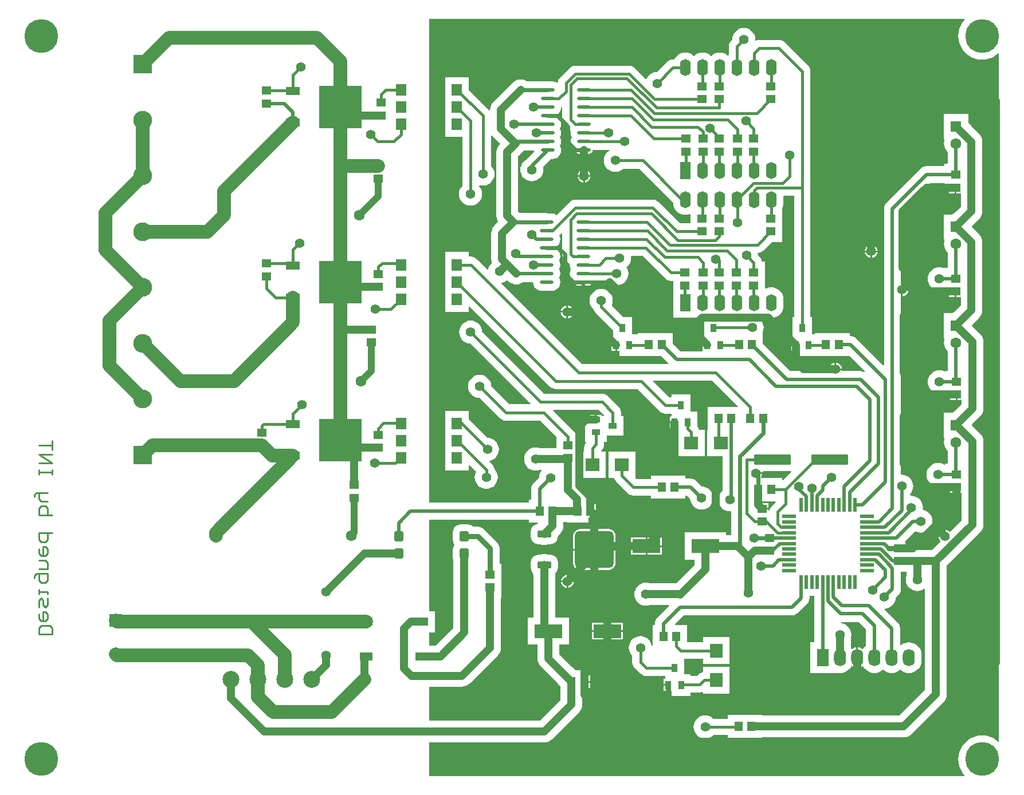
<source format=gbl>
%FSLAX24Y24*%
%MOIN*%
%SFA1B1*%

%IPPOS*%
%AMD47*
4,1,8,-0.020800,-0.028900,0.020800,-0.028900,0.027700,-0.022000,0.027700,0.022000,0.020800,0.028900,-0.020800,0.028900,-0.027700,0.022000,-0.027700,-0.022000,-0.020800,-0.028900,0.0*
1,1,0.013800,-0.020800,-0.022000*
1,1,0.013800,0.020800,-0.022000*
1,1,0.013800,0.020800,0.022000*
1,1,0.013800,-0.020800,0.022000*
%
%AMD50*
4,1,8,-0.039300,0.014800,-0.039300,-0.014800,-0.034400,-0.019700,0.034400,-0.019700,0.039300,-0.014800,0.039300,0.014800,0.034400,0.019700,-0.034400,0.019700,-0.039300,0.014800,0.0*
1,1,0.009800,-0.034400,0.014800*
1,1,0.009800,-0.034400,-0.014800*
1,1,0.009800,0.034400,-0.014800*
1,1,0.009800,0.034400,0.014800*
%
%AMD51*
4,1,8,-0.112200,0.081100,-0.112200,-0.081100,-0.085100,-0.108200,0.085100,-0.108200,0.112200,-0.081100,0.112200,0.081100,0.085100,0.108200,-0.085100,0.108200,-0.112200,0.081100,0.0*
1,1,0.054200,-0.085100,0.081100*
1,1,0.054200,-0.085100,-0.081100*
1,1,0.054200,0.085100,-0.081100*
1,1,0.054200,0.085100,0.081100*
%
%AMD57*
4,1,8,0.100800,0.029500,-0.100800,0.029500,-0.108200,0.022100,-0.108200,-0.022100,-0.100800,-0.029500,0.100800,-0.029500,0.108200,-0.022100,0.108200,0.022100,0.100800,0.029500,0.0*
1,1,0.014800,0.100800,0.022100*
1,1,0.014800,-0.100800,0.022100*
1,1,0.014800,-0.100800,-0.022100*
1,1,0.014800,0.100800,-0.022100*
%
%ADD24C,0.047200*%
%ADD25C,0.019700*%
%ADD26C,0.015700*%
%ADD27C,0.063000*%
%ADD28R,0.109300X0.109300*%
%ADD29C,0.109300*%
%ADD30R,0.063000X0.098400*%
%ADD31O,0.063000X0.098400*%
%ADD32C,0.098400*%
%ADD33C,0.076800*%
%ADD34R,0.076800X0.076800*%
%ADD35O,0.070000X0.100000*%
%ADD36R,0.070000X0.100000*%
%ADD37R,0.063000X0.063000*%
%ADD38C,0.055100*%
%ADD39C,0.196900*%
%ADD40R,0.055100X0.047200*%
%ADD41R,0.078700X0.051200*%
%ADD42R,0.250000X0.250000*%
%ADD43R,0.033500X0.047200*%
%ADD44R,0.047200X0.033500*%
%ADD45R,0.074800X0.047200*%
%ADD46R,0.059800X0.070100*%
G04~CAMADD=47~8~0.0~0.0~555.0~579.0~69.0~0.0~15~0.0~0.0~0.0~0.0~0~0.0~0.0~0.0~0.0~0~0.0~0.0~0.0~180.0~554.0~578.0*
%ADD47D47*%
%ADD48R,0.047200X0.055100*%
%ADD49R,0.078700X0.074800*%
G04~CAMADD=50~8~0.0~0.0~394.0~787.0~49.0~0.0~15~0.0~0.0~0.0~0.0~0~0.0~0.0~0.0~0.0~0~0.0~0.0~0.0~90.0~786.0~393.0*
%ADD50D50*%
G04~CAMADD=51~8~0.0~0.0~2165.0~2244.0~271.0~0.0~15~0.0~0.0~0.0~0.0~0~0.0~0.0~0.0~0.0~0~0.0~0.0~0.0~90.0~2244.0~2164.0*
%ADD51D51*%
%ADD52O,0.078700X0.021700*%
%ADD53R,0.161400X0.078700*%
%ADD54R,0.074800X0.078700*%
%ADD55R,0.080000X0.019000*%
%ADD56R,0.019000X0.080000*%
G04~CAMADD=57~8~0.0~0.0~2165.0~591.0~74.0~0.0~15~0.0~0.0~0.0~0.0~0~0.0~0.0~0.0~0.0~0~0.0~0.0~0.0~0.0~2165.0~591.0*
%ADD57D57*%
%ADD58C,0.078700*%
%ADD59C,0.039400*%
%ADD60C,0.029500*%
%ADD61C,0.023600*%
%ADD62C,0.010000*%
%LNpcb_washver2-1*%
%LPD*%
G36*
X35915Y28965D02*
X35895Y28915D01*
X35793*
X35777Y28958*
Y28991*
X35491*
Y28724*
X35441*
Y28674*
X35104*
Y28541*
X34809*
Y27418*
X34848*
X34872Y27369*
X34822Y27303*
X34774Y27188*
X34758Y27064*
Y26858*
X34490*
Y27856*
X34271*
X34233Y27946*
X34158Y28045*
X32975Y29227*
X32994Y29273*
X35607*
X35915Y28965*
G37*
G36*
X56890Y51996D02*
X56788Y51877D01*
X56675Y51692*
X56592Y51492*
X56541Y51281*
X56524Y51065*
X56541Y50849*
X56592Y50638*
X56675Y50437*
X56788Y50253*
X56929Y50088*
X57094Y49947*
X57279Y49833*
X57479Y49750*
X57690Y49700*
X57906Y49683*
X58123Y49700*
X58333Y49750*
X58534Y49833*
X58719Y49947*
X58838Y50048*
X58888Y50025*
Y9979*
X58838Y9956*
X58719Y10057*
X58534Y10171*
X58333Y10254*
X58123Y10304*
X57906Y10321*
X57690Y10304*
X57479Y10254*
X57279Y10171*
X57094Y10057*
X56929Y9916*
X56788Y9751*
X56675Y9566*
X56592Y9366*
X56541Y9155*
X56524Y8939*
X56541Y8723*
X56592Y8512*
X56675Y8311*
X56788Y8127*
X56890Y8008*
X56867Y7958*
X25737*
Y9908*
X32432*
X32555Y9921*
X32674Y9957*
X32784Y10015*
X32879Y10094*
X34470Y11684*
X34548Y11780*
X34607Y11889*
X34643Y12008*
X34655Y12132*
Y13076*
X34720*
Y13451*
Y13827*
X34652*
Y14121*
X34296*
X34285Y14126*
X34260Y14142*
X34233Y14161*
X34080Y14290*
X34025Y14344*
X34023Y14346*
X33315Y15054*
Y15523*
Y15525*
X33317Y15602*
X33318Y15613*
X33883*
Y17187*
X33074*
X33073Y17198*
X33071Y17275*
Y17277*
Y19565*
Y19566*
X33076Y19696*
X33080Y19733*
X33086Y19765*
X33089Y19780*
X33098Y19787*
X33121Y19817*
X33139Y19835*
X33146Y19850*
X33169Y19879*
X33214Y19987*
X33229Y20103*
Y20398*
X33214Y20514*
X33169Y20621*
X33098Y20714*
X33006Y20785*
X32898Y20830*
X32782Y20845*
X32648*
X32561Y20871*
X32438Y20883*
X32314Y20871*
X32227Y20845*
X32093*
X31978Y20830*
X31870Y20785*
X31777Y20714*
X31706Y20621*
X31662Y20514*
X31647Y20398*
Y20103*
X31662Y19987*
X31706Y19879*
X31729Y19850*
X31737Y19835*
X31754Y19817*
X31777Y19787*
X31786Y19780*
X31790Y19765*
X31795Y19738*
X31803Y19636*
X31805Y19574*
Y19572*
Y17277*
Y17275*
X31803Y17198*
X31802Y17187*
X31481*
Y15613*
X32046*
X32047Y15602*
X32049Y15525*
Y15523*
Y14792*
X32061Y14668*
X32097Y14549*
X32156Y14440*
X32234Y14344*
X33167Y13411*
X33169Y13409*
X33228Y13349*
X33273Y13299*
X33350Y13205*
X33371Y13175*
X33387Y13149*
X33389Y13144*
Y12394*
X32170Y11174*
X25737*
Y13164*
X27656*
X27780Y13176*
X27899Y13212*
X28008Y13271*
X28104Y13350*
X29733Y14979*
X29812Y15075*
X29871Y15185*
X29907Y15303*
X29919Y15427*
Y18235*
Y18237*
X29920Y18317*
X29955*
Y18695*
X29957Y18712*
X29956Y18722*
X29957Y18733*
X29955Y18742*
Y19065*
Y19913*
X29957Y19930*
X29955Y19946*
Y20325*
X29832*
Y21211*
X29813Y21352*
X29759Y21484*
X29672Y21597*
X28958Y22311*
X28845Y22398*
X28713Y22453*
X28572Y22471*
X28334*
X28332*
X28329Y22475*
X28305Y22494*
X28289Y22510*
X28269Y22521*
X28232Y22550*
X28119Y22596*
X27998Y22612*
X27582*
X27461Y22596*
X27348Y22550*
X27252Y22475*
X27177Y22379*
X27131Y22266*
X27115Y22145*
Y21705*
X27131Y21584*
X27177Y21472*
X27213Y21425*
X27177Y21379*
X27131Y21266*
X27115Y21145*
Y20705*
X27126Y20620*
X27127Y20611*
X27128Y20606*
X27131Y20584*
X27134Y20576*
X27137Y20568*
X27157Y20244*
Y20168*
Y20165*
Y16573*
X26146Y15562*
X25737*
Y16307*
X26092*
Y17567*
X25737*
Y22878*
X31542*
Y22705*
X32059*
X32069Y22655*
X32051Y22647*
X32023Y22638*
X31988Y22630*
X31978Y22629*
X31952Y22618*
X31934Y22614*
X31910Y22601*
X31885Y22592*
X31882Y22589*
X31870Y22584*
X31850Y22568*
X31842Y22565*
X31833Y22556*
X31777Y22513*
X31706Y22421*
X31662Y22313*
X31647Y22197*
Y21902*
X31662Y21786*
X31706Y21679*
X31777Y21586*
X31870Y21515*
X31978Y21470*
X32093Y21455*
X32227*
X32314Y21429*
X32438Y21417*
X32561Y21429*
X32648Y21455*
X32782*
X32898Y21470*
X33006Y21515*
X33098Y21586*
X33169Y21679*
X33214Y21786*
X33219Y21823*
X33223Y21838*
X33224Y21858*
X33228Y21878*
X33229Y21896*
X33230Y21901*
X33235Y21912*
X33243Y21929*
X33257Y21952*
X33273Y21975*
X33335Y22050*
X33374Y22090*
X33381Y22100*
X33390Y22108*
X33400Y22124*
X33447Y22180*
X33505Y22290*
X33541Y22409*
X33553Y22532*
Y22740*
X33629Y22741*
X33632*
X33662*
X33664*
X33742*
Y22732*
X34121*
X34137Y22730*
X34154Y22732*
X35002*
Y23026*
X35070*
Y23401*
Y23777*
X35002*
Y24071*
X34978*
Y24100*
X34966Y24223*
X34930Y24342*
X34871Y24451*
X34792Y24547*
X34454Y24886*
Y25322*
X36022*
Y26858*
X35772*
X35752Y26908*
X35776Y26932*
X35851Y27030*
X35899Y27145*
X35915Y27269*
Y27418*
X36068*
Y27793*
X37053*
Y28915*
X36899*
Y29131*
X36883Y29254*
X36836Y29369*
X36760Y29468*
X36141Y30087*
X36042Y30163*
X35927Y30210*
X35804Y30227*
X32413*
X28829Y33810*
Y33813*
X28827Y33823*
X28816Y33940*
X28778Y34066*
X28715Y34183*
X28632Y34285*
X28530Y34368*
X28414Y34430*
X28287Y34469*
X28156Y34482*
X28025Y34469*
X27899Y34430*
X27783Y34368*
X27681Y34285*
X27597Y34183*
X27535Y34066*
X27497Y33940*
X27484Y33809*
X27497Y33678*
X27535Y33552*
X27597Y33435*
X27681Y33334*
X27783Y33250*
X27899Y33188*
X28025Y33149*
X28142Y33138*
X28152Y33136*
X28155*
X31641Y29651*
X31622Y29604*
X30401*
X29351Y30655*
Y30658*
X29349Y30668*
X29338Y30785*
X29299Y30911*
X29237Y31027*
X29153Y31129*
X29052Y31213*
X28935Y31275*
X28809Y31313*
X28678Y31326*
X28547Y31313*
X28421Y31275*
X28304Y31213*
X28202Y31129*
X28119Y31027*
X28057Y30911*
X28018Y30785*
X28005Y30654*
X28018Y30522*
X28057Y30396*
X28119Y30280*
X28202Y30178*
X28304Y30094*
X28421Y30032*
X28547Y29994*
X28664Y29982*
X28674Y29981*
X28677*
X29867Y28791*
X29965Y28715*
X30080Y28668*
X30204Y28651*
X32203*
X33151Y27703*
Y27050*
X32154*
X32066Y27077*
X31935Y27090*
X31804Y27077*
X31678Y27039*
X31561Y26977*
X31459Y26893*
X31376Y26791*
X31314Y26675*
X31275Y26549*
X31263Y26417*
X31275Y26286*
X31314Y26160*
X31376Y26044*
X31459Y25942*
X31561Y25858*
X31678Y25796*
X31804Y25758*
X31935Y25745*
X32066Y25758*
X32154Y25784*
X32272*
X32293Y25739*
X32252Y25689*
X32190Y25572*
X32151Y25446*
X32141Y25343*
X31821Y25023*
X31742Y24920*
X31693Y24801*
X31676Y24672*
Y24043*
X31542*
Y23870*
X25737*
Y52046*
X56867*
X56890Y51996*
G37*
%LNpcb_washver2-2*%
%LPC*%
G36*
X35391Y28991D02*
X35104D01*
Y28774*
X35391*
Y28991*
G37*
G36*
X44051Y51529D02*
X43920Y51516D01*
X43794Y51478*
X43678Y51415*
X43576Y51332*
X43492Y51230*
X43430Y51114*
X43392Y50988*
X43380Y50870*
X43379Y50861*
Y50858*
X43309Y50788*
X43233Y50689*
X43186Y50574*
X43169Y50451*
Y49939*
X43119Y49915*
X43042Y49979*
X42919Y50045*
X42785Y50085*
X42646Y50099*
X42507Y50085*
X42373Y50045*
X42250Y49979*
X42146Y49893*
X42042Y49979*
X41919Y50045*
X41785Y50085*
X41646Y50099*
X41507Y50085*
X41374Y50045*
X41250Y49979*
X41146Y49893*
X41042Y49979*
X40919Y50045*
X40785Y50085*
X40646Y50099*
X40507Y50085*
X40374Y50045*
X40250Y49979*
X40142Y49890*
X40054Y49783*
X40002Y49686*
X39924*
X39801Y49670*
X39686Y49622*
X39587Y49547*
X39011Y48970*
X39008*
X38998Y48968*
X38881Y48957*
X38754Y48919*
X38638Y48856*
X38536Y48773*
X38453Y48671*
X38397Y48567*
X38344Y48550*
X37704Y49189*
X37606Y49265*
X37491Y49313*
X37367Y49329*
X34239*
X34116Y49313*
X34001Y49265*
X33902Y49189*
X33366Y48653*
X33290Y48555*
X33242Y48440*
X33231Y48356*
X33178Y48334*
X33170Y48340*
X33048Y48391*
X32917Y48408*
X32707*
X32631Y48418*
X31647*
X31467Y48424*
X31417Y48429*
X31309Y48487*
X31191Y48523*
X31067Y48535*
X30944Y48523*
X30825Y48487*
X30715Y48428*
X30620Y48349*
X29470Y47200*
X29391Y47104*
X29333Y46994*
X29297Y46875*
X29284Y46752*
Y46719*
X29234Y46702*
X29206Y46739*
X28048Y47897*
Y48660*
X26662*
Y47172*
Y46172*
Y45172*
X27672*
Y42321*
X27670Y42319*
X27664Y42311*
X27589Y42220*
X27527Y42104*
X27489Y41978*
X27476Y41846*
X27489Y41715*
X27527Y41589*
X27589Y41473*
X27673Y41371*
X27775Y41287*
X27891Y41225*
X28017Y41187*
X28148Y41174*
X28280Y41187*
X28406Y41225*
X28522Y41287*
X28624Y41371*
X28708Y41473*
X28770Y41589*
X28808Y41715*
X28821Y41846*
X28808Y41978*
X28770Y42104*
X28708Y42220*
X28641Y42301*
X28642Y42333*
X28686Y42368*
X28738Y42352*
X28869Y42339*
X29000Y42352*
X29126Y42390*
X29243Y42453*
X29344Y42536*
X29428Y42638*
X29490Y42754*
X29529Y42881*
X29541Y43012*
X29529Y43143*
X29490Y43269*
X29428Y43385*
X29353Y43476*
X29348Y43484*
X29345Y43487*
Y45276*
X29376Y45290*
X29395Y45291*
X29470Y45201*
X29878Y44793*
X29844Y44759*
X29765Y44663*
X29707Y44553*
X29671Y44435*
X29658Y44311*
Y40581*
X29671Y40457*
X29707Y40338*
X29761Y40237*
X29539Y40015*
X29460Y39919*
X29401Y39809*
X29365Y39690*
X29353Y39567*
Y38041*
X29365Y37918*
X29389Y37841*
X29373Y37828*
X29289Y37726*
X29227Y37610*
X29189Y37484*
X29186Y37456*
X29139Y37439*
X28510Y38068*
X28412Y38144*
X28297Y38191*
X28173Y38207*
X28048*
Y38475*
X26662*
Y36987*
Y35987*
Y34987*
X28048*
Y35299*
X28094Y35318*
X32786Y30626*
X32885Y30550*
X33000Y30502*
X33123Y30486*
X37870*
X39151Y29205*
X39250Y29129*
X39365Y29082*
X39488Y29066*
X39833*
Y28912*
X39790Y28896*
X39757*
Y28610*
X40024*
Y28560*
X40074*
Y28224*
X40207*
Y28108*
X40197*
Y26572*
X41772*
Y28108*
X41442*
X41397Y28217*
X41330Y28305*
Y29188*
X40956*
Y30172*
X39833*
Y30019*
X39686*
X38766Y30938*
X38785Y30984*
X42203*
X43696Y29492*
X43676Y29445*
X41939*
Y28108*
X41917*
Y26572*
X42820*
Y24584*
X42754Y24529*
X42670Y24427*
X42608Y24311*
X42570Y24184*
X42557Y24053*
X42570Y23922*
X42608Y23796*
X42670Y23680*
X42754Y23578*
X42856Y23494*
X42972Y23432*
X43098Y23394*
X43229Y23381*
X43272Y23385*
X43309Y23351*
Y21983*
X43100*
X43008Y21986*
Y22137*
X42654*
X42652*
X42630*
X42613Y22140*
X42596Y22137*
X40606*
Y20563*
X41171*
X41172Y20552*
X41174Y20475*
Y20473*
Y20243*
X40108Y19176*
X38571*
X38484Y19203*
X38352Y19216*
X38221Y19203*
X38095Y19165*
X37979Y19102*
X37877Y19019*
X37793Y18917*
X37731Y18801*
X37693Y18675*
X37680Y18543*
X37693Y18412*
X37731Y18286*
X37793Y18170*
X37877Y18068*
X37979Y17984*
X38095Y17922*
X38221Y17884*
X38352Y17871*
X38484Y17884*
X38571Y17910*
X39688*
X39707Y17864*
X39021Y17179*
X38942Y17076*
X38893Y16956*
X38876Y16828*
Y16743*
X38742*
Y15541*
X38692Y15538*
X38690Y15562*
X38652Y15688*
X38589Y15805*
X38506Y15907*
X38404Y15990*
X38288Y16052*
X38162Y16091*
X38030Y16104*
X37899Y16091*
X37773Y16052*
X37657Y15990*
X37555Y15907*
X37471Y15805*
X37409Y15688*
X37371Y15562*
X37358Y15431*
X37371Y15300*
X37409Y15174*
X37471Y15057*
X37546Y14966*
X37552Y14958*
X37554Y14956*
Y14594*
X37570Y14471*
X37618Y14356*
X37693Y14258*
X38039Y13912*
X38138Y13836*
X38253Y13789*
X38376Y13772*
X39462*
Y13619*
X39419Y13603*
X39386*
Y13317*
X39653*
Y13267*
X39703*
Y12930*
X39836*
Y12635*
X40958*
Y12823*
X41494*
X41618Y12840*
X41645Y12851*
X41687Y12823*
Y12753*
X43222*
Y14327*
X41687*
Y14010*
X41611Y14000*
X41496Y13953*
X41398Y13877*
X41297Y13777*
X40958*
Y13894*
X40584*
Y14783*
X41687*
Y14473*
X43222*
Y16047*
X41687*
Y15737*
X40750*
Y16743*
X40055*
X40036Y16789*
X40550Y17304*
X46844*
X46973Y17321*
X47093Y17370*
X47195Y17449*
X47725Y17979*
X47804Y18082*
X47854Y18202*
X47871Y18330*
Y18446*
X48138*
Y15744*
X47901*
Y13956*
X49388*
Y13959*
X49428Y13988*
X49499Y13967*
X49644Y13953*
X49790Y13967*
X49930Y14010*
X50060Y14079*
X50173Y14172*
X50266Y14285*
X50294Y14338*
X50359Y14352*
X50418Y14307*
X50527Y14262*
X50594Y14253*
Y14850*
Y15447*
X50527Y15438*
X50418Y15393*
X50361Y15350*
X50343Y15349*
X50302Y15367*
X50284Y15449*
X50279Y15484*
X50266Y15675*
X50265Y15745*
Y15747*
Y15972*
X50292Y16060*
X50304Y16191*
X50292Y16322*
X50253Y16448*
X50191Y16565*
X50107Y16666*
X50006Y16750*
X49889Y16812*
X49763Y16851*
X49716Y16855*
X49718Y16905*
X50745*
X51148Y16502*
Y15555*
X51116Y15528*
X51023Y15415*
X50995Y15362*
X50930Y15348*
X50871Y15393*
X50762Y15438*
X50694Y15447*
Y14850*
Y14253*
X50762Y14262*
X50871Y14307*
X50930Y14352*
X50995Y14338*
X51023Y14285*
X51116Y14172*
X51229Y14079*
X51359Y14010*
X51499Y13967*
X51644Y13953*
X51790Y13967*
X51930Y14010*
X52060Y14079*
X52144Y14148*
X52229Y14079*
X52359Y14010*
X52499Y13967*
X52644Y13953*
X52790Y13967*
X52930Y14010*
X53060Y14079*
X53144Y14148*
X53229Y14079*
X53359Y14010*
X53499Y13967*
X53644Y13953*
X53790Y13967*
X53930Y14010*
X54060Y14079*
X54173Y14172*
X54266Y14285*
X54335Y14414*
X54377Y14554*
X54392Y14700*
Y15000*
X54377Y15146*
X54335Y15286*
X54266Y15415*
X54173Y15528*
X54060Y15621*
X53930Y15690*
X53790Y15733*
X53644Y15747*
X53499Y15733*
X53359Y15690*
X53229Y15621*
X53191Y15590*
X53141Y15613*
Y16564*
X53124Y16693*
X53074Y16812*
X52995Y16915*
X52245Y17665*
X52264Y17718*
X52352Y17726*
X52478Y17764*
X52594Y17827*
X52696Y17910*
X52780Y18012*
X52842Y18128*
X52880Y18255*
X52890Y18353*
X53034Y18497*
X53113Y18600*
X53163Y18720*
X53179Y18848*
Y19851*
X53414*
X53476Y19848*
X53499Y19844*
X53504Y19820*
X53507Y19758*
Y19619*
X53480Y19531*
X53467Y19400*
X53480Y19268*
X53518Y19142*
X53581Y19026*
X53664Y18924*
X53766Y18840*
X53882Y18778*
X54009Y18740*
X54140Y18727*
X54271Y18740*
X54397Y18778*
X54513Y18840*
X54544Y18866*
X54589Y18844*
Y12978*
X53096Y11485*
X45194*
X45192*
X45112Y11486*
Y11521*
X44734*
X44718Y11524*
X44707Y11522*
X44696Y11523*
X44688Y11521*
X43105*
Y11291*
X42275*
X42273Y11294*
X42265Y11299*
X42174Y11374*
X42057Y11436*
X41931Y11475*
X41800Y11487*
X41669Y11475*
X41543Y11436*
X41426Y11374*
X41324Y11291*
X41241Y11189*
X41179Y11072*
X41140Y10946*
X41127Y10815*
X41140Y10684*
X41179Y10558*
X41241Y10441*
X41324Y10339*
X41426Y10256*
X41543Y10194*
X41669Y10155*
X41800Y10142*
X41931Y10155*
X42057Y10194*
X42174Y10256*
X42265Y10330*
X42273Y10336*
X42275Y10338*
X43105*
Y10183*
X44688*
X44696Y10181*
X44707Y10182*
X44718Y10181*
X44734Y10183*
X45112*
Y10218*
X45114*
X45192Y10219*
X45194*
X53358*
X53481Y10231*
X53600Y10267*
X53710Y10326*
X53806Y10404*
X55670Y12269*
X55749Y12365*
X55807Y12474*
X55843Y12593*
X55855Y12716*
Y20216*
X57792Y22152*
X57871Y22248*
X57929Y22358*
X57965Y22477*
X57977Y22600*
Y27450*
X57965Y27573*
X57929Y27692*
X57871Y27802*
X57792Y27898*
X57330Y28359*
X57329Y28361*
X57292Y28400*
X57329Y28439*
X57330Y28441*
X57792Y28902*
X57871Y28998*
X57929Y29108*
X57965Y29227*
X57977Y29350*
Y33250*
X57965Y33373*
X57929Y33492*
X57871Y33602*
X57792Y33698*
X57330Y34159*
X57329Y34161*
X57292Y34200*
X57329Y34239*
X57330Y34241*
X57742Y34652*
X57821Y34748*
X57879Y34858*
X57915Y34977*
X57927Y35100*
Y39050*
X57915Y39173*
X57879Y39292*
X57821Y39402*
X57742Y39498*
X57330Y39909*
X57329Y39911*
X57292Y39950*
X57329Y39989*
X57330Y39991*
X57742Y40402*
X57821Y40498*
X57879Y40608*
X57915Y40727*
X57927Y40850*
Y44900*
X57915Y45023*
X57879Y45142*
X57821Y45252*
X57742Y45348*
X57330Y45759*
X57329Y45761*
X57273Y45820*
X57229Y45870*
X57194Y45916*
X57165Y45959*
X57143Y45997*
X57127Y46030*
X57116Y46058*
X57110Y46080*
X57107Y46099*
X57105Y46136*
X57103Y46144*
Y46509*
X56725*
X56708Y46511*
X56697Y46509*
X56686Y46510*
X56678Y46509*
X55686*
Y45517*
X55684Y45509*
X55685Y45497*
X55684Y45486*
X55686Y45470*
Y45091*
X55692*
X55727Y45041*
X55696Y44939*
X55682Y44800*
X55696Y44661*
X55737Y44527*
X55802Y44404*
X55883Y44306*
X55887Y44300*
X55891Y44297*
Y44296*
X55898Y44289*
Y43606*
X55701*
Y43472*
X54670*
X54542Y43455*
X54422Y43406*
X54319Y43327*
X52344Y41351*
X52265Y41248*
X52215Y41128*
X52198Y41000*
Y31892*
X52152Y31873*
X50600Y33425*
X50497Y33504*
X50377Y33553*
X50249Y33570*
X50200*
Y33743*
X48192*
Y33687*
X48006*
Y34671*
X47921*
Y42215*
Y49000*
X47905Y49123*
X47857Y49238*
X47781Y49337*
X46431Y50687*
X46333Y50763*
X46218Y50810*
X46094Y50827*
X44944*
X44821Y50810*
X44760Y50785*
X44720Y50815*
X44724Y50856*
X44711Y50988*
X44673Y51114*
X44610Y51230*
X44527Y51332*
X44425Y51415*
X44309Y51478*
X44182Y51516*
X44051Y51529*
G37*
G36*
X51509Y38880D02*
Y38558D01*
X51832*
X51825Y38606*
X51788Y38697*
X51727Y38776*
X51649Y38836*
X51557Y38874*
X51509Y38880*
G37*
G36*
X51409D02*
X51361Y38874D01*
X51270Y38836*
X51192Y38776*
X51131Y38697*
X51094Y38606*
X51087Y38558*
X51409*
Y38880*
G37*
G36*
X51832Y38458D02*
X51509D01*
Y38136*
X51557Y38142*
X51649Y38180*
X51727Y38240*
X51788Y38318*
X51825Y38410*
X51832Y38458*
G37*
G36*
X51409D02*
X51087D01*
X51094Y38410*
X51131Y38318*
X51192Y38240*
X51270Y38180*
X51361Y38142*
X51409Y38136*
Y38458*
G37*
G36*
X39974Y28510D02*
X39757D01*
Y28224*
X39974*
Y28510*
G37*
G36*
X28048Y29230D02*
X26662D01*
Y27742*
Y26742*
Y25742*
X28048*
Y26070*
X28094Y26090*
X28485Y25698*
X28442Y25618*
X28404Y25491*
X28391Y25360*
X28404Y25229*
X28442Y25103*
X28505Y24987*
X28588Y24885*
X28690Y24801*
X28806Y24739*
X28933Y24701*
X29064Y24688*
X29195Y24701*
X29321Y24739*
X29437Y24801*
X29539Y24885*
X29623Y24987*
X29685Y25103*
X29723Y25229*
X29736Y25360*
X29723Y25491*
X29685Y25618*
X29623Y25734*
X29539Y25836*
X29534Y25840*
X29524Y25917*
X29476Y26032*
X29401Y26131*
X29261Y26270*
X29280Y26322*
X29388Y26355*
X29504Y26417*
X29606Y26501*
X29690Y26603*
X29752Y26719*
X29790Y26845*
X29803Y26976*
X29790Y27108*
X29752Y27234*
X29690Y27350*
X29606Y27452*
X29504Y27536*
X29388Y27598*
X29262Y27636*
X29145Y27648*
X29135Y27649*
X29132*
X28081Y28700*
X28048Y28739*
Y29230*
G37*
G36*
X37742Y26858D02*
X36167D01*
Y25322*
X36493*
X36494Y25317*
X36542Y25202*
X36618Y25103*
X37281Y24439*
X37380Y24363*
X37495Y24316*
X37618Y24300*
X38639*
Y24107*
X40647*
Y24280*
X40753*
X40921Y24111*
X40931Y24012*
X40969Y23886*
X41031Y23770*
X41115Y23668*
X41217Y23585*
X41333Y23522*
X41459Y23484*
X41591Y23471*
X41722Y23484*
X41848Y23522*
X41964Y23585*
X42066Y23668*
X42150Y23770*
X42212Y23886*
X42250Y24012*
X42263Y24144*
X42250Y24275*
X42212Y24401*
X42150Y24517*
X42066Y24619*
X41964Y24703*
X41848Y24765*
X41722Y24803*
X41623Y24813*
X41309Y25127*
X41206Y25206*
X41087Y25256*
X40958Y25272*
X40647*
Y25445*
X38639*
Y25253*
X37816*
X37742Y25326*
Y26858*
G37*
G36*
X35456Y23777D02*
X35170D01*
Y23451*
X35456*
Y23777*
G37*
G36*
Y23351D02*
X35170D01*
Y23026*
X35456*
Y23351*
G37*
G36*
X39289Y21844D02*
X38432D01*
Y21400*
X39289*
Y21844*
G37*
G36*
X38332D02*
X37475D01*
Y21400*
X38332*
Y21844*
G37*
G36*
X36203Y22336D02*
X35401D01*
Y21200*
X36576*
Y21962*
X36564Y22059*
X36526Y22149*
X36467Y22226*
X36389Y22286*
X36299Y22323*
X36203Y22336*
G37*
G36*
X35301D02*
X34500D01*
X34403Y22323*
X34313Y22286*
X34235Y22226*
X34176Y22149*
X34139Y22059*
X34126Y21962*
Y21200*
X35301*
Y22336*
G37*
G36*
X39289Y21300D02*
X38432D01*
Y20856*
X39289*
Y21300*
G37*
G36*
X38332D02*
X37475D01*
Y20856*
X38332*
Y21300*
G37*
G36*
X36576Y21100D02*
X35401D01*
Y19964*
X36203*
X36299Y19977*
X36389Y20014*
X36467Y20074*
X36526Y20151*
X36564Y20241*
X36576Y20338*
Y21100*
G37*
G36*
X35301D02*
X34126D01*
Y20338*
X34139Y20241*
X34176Y20151*
X34235Y20074*
X34313Y20014*
X34403Y19977*
X34500Y19964*
X35301*
Y21100*
G37*
G36*
X33840Y19669D02*
Y19347D01*
X34162*
X34156Y19395*
X34118Y19487*
X34058Y19565*
X33980Y19625*
X33888Y19663*
X33840Y19669*
G37*
G36*
X33740D02*
X33692Y19663D01*
X33601Y19625*
X33522Y19565*
X33462Y19487*
X33424Y19395*
X33418Y19347*
X33740*
Y19669*
G37*
G36*
X34162Y19247D02*
X33840D01*
Y18925*
X33888Y18931*
X33980Y18969*
X34058Y19029*
X34118Y19108*
X34156Y19199*
X34162Y19247*
G37*
G36*
X33740D02*
X33418D01*
X33424Y19199*
X33462Y19108*
X33522Y19029*
X33601Y18969*
X33692Y18931*
X33740Y18925*
Y19247*
G37*
G36*
X37014Y16894D02*
X36157D01*
Y16450*
X37014*
Y16894*
G37*
G36*
X36057D02*
X35200D01*
Y16450*
X36057*
Y16894*
G37*
G36*
X37014Y16350D02*
X36157D01*
Y15906*
X37014*
Y16350*
G37*
G36*
X36057D02*
X35200D01*
Y15906*
X36057*
Y16350*
G37*
G36*
X35106Y13827D02*
X34820D01*
Y13501*
X35106*
Y13827*
G37*
G36*
Y13401D02*
X34820D01*
Y13076*
X35106*
Y13401*
G37*
G36*
X39603Y13217D02*
X39386D01*
Y12930*
X39603*
Y13217*
G37*
%LNpcb_washver2-3*%
%LPD*%
G36*
X33486Y46888D02*
Y46191D01*
X33502Y46068*
X33550Y45953*
X33626Y45854*
X33915Y45565*
X33981Y45514*
X33966Y45402*
X33983Y45271*
X34032Y45152*
X33983Y45033*
X33966Y44902*
X33983Y44771*
X34034Y44649*
X34114Y44544*
X34219Y44463*
X34268Y44443*
X34260Y44402*
X34276Y44321*
X34322Y44252*
X34391Y44206*
X34472Y44189*
X35043*
X35124Y44206*
X35193Y44252*
X35239Y44321*
X35255Y44402*
X35275Y44425*
X36201*
X36213Y44377*
X36197Y44368*
X36095Y44285*
X36012Y44183*
X35950Y44066*
X35911Y43940*
X35898Y43809*
X35911Y43678*
X35950Y43552*
X36012Y43435*
X36095Y43334*
X36197Y43250*
X36314Y43188*
X36440Y43149*
X36571Y43137*
X36702Y43149*
X36828Y43188*
X36944Y43250*
X37036Y43325*
X37043Y43330*
X37046Y43333*
X37968*
X39934Y41367*
Y41352*
X39948Y41213*
X39988Y41080*
X40054Y40957*
X40142Y40849*
X40250Y40760*
X40374Y40694*
X40507Y40654*
X40646Y40640*
X40785Y40654*
X40901Y40689*
X40951Y40662*
Y40154*
X40329*
X39093Y41390*
X38994Y41466*
X38879Y41513*
X38756Y41530*
X34248*
X34125Y41513*
X34010Y41466*
X33911Y41390*
X33154Y40634*
X33120Y40660*
X32998Y40711*
X32867Y40728*
X32657*
X32581Y40738*
X31231*
X31051Y40744*
X31020Y40747*
X30924Y40843*
Y44049*
X31221Y44345*
X31255Y44387*
X31842*
X31850Y44322*
X31499Y43971*
X31368Y43845*
X31353Y43831*
X31345Y43827*
X31243Y43743*
X31159Y43641*
X31097Y43525*
X31059Y43399*
X31046Y43268*
X31059Y43137*
X31097Y43010*
X31159Y42894*
X31243Y42792*
X31345Y42709*
X31461Y42646*
X31587Y42608*
X31718Y42595*
X31850Y42608*
X31976Y42646*
X32092Y42709*
X32194Y42792*
X32278Y42894*
X32340Y43010*
X32378Y43137*
X32391Y43268*
X32378Y43399*
X32367Y43435*
X32822Y43890*
X32828Y43895*
X32917*
X33048Y43913*
X33170Y43963*
X33275Y44044*
X33355Y44149*
X33406Y44271*
X33423Y44402*
X33406Y44533*
X33357Y44652*
X33406Y44771*
X33423Y44902*
X33406Y45033*
X33357Y45152*
X33406Y45271*
X33423Y45402*
X33406Y45533*
X33357Y45652*
X33406Y45771*
X33423Y45902*
X33406Y46033*
X33355Y46155*
X33275Y46260*
X33170Y46340*
X33121Y46361*
X33129Y46402*
X33121Y46443*
X33170Y46463*
X33275Y46544*
X33355Y46649*
X33406Y46771*
X33423Y46902*
X33422Y46908*
X33436Y46916*
X33486Y46888*
G37*
G36*
X55701Y42346D02*
X55995D01*
Y42278*
X56371*
Y42228*
X56421*
Y41891*
X56662*
Y41112*
X56435Y40886*
X56434Y40885*
X56375Y40828*
X56325Y40785*
X56278Y40749*
X56236Y40720*
X56198Y40698*
X56165Y40682*
X56137Y40672*
X56114Y40665*
X56096Y40662*
X56058Y40660*
X56050Y40659*
X55686*
Y40280*
X55684Y40264*
X55685Y40253*
X55684Y40241*
X55686Y40233*
Y39667*
X55684Y39659*
X55685Y39647*
X55684Y39636*
X55686Y39620*
Y39241*
X55692*
X55727Y39191*
X55696Y39089*
X55682Y38950*
X55696Y38811*
X55737Y38677*
X55802Y38554*
X55883Y38456*
X55887Y38450*
X55891Y38447*
Y38446*
X55898Y38439*
Y37556*
X55701*
X55651Y37555*
X55551Y37585*
X55420Y37598*
X55289Y37585*
X55163Y37547*
X55047Y37485*
X54945Y37401*
X54861Y37299*
X54799Y37183*
X54761Y37057*
X54748Y36926*
X54761Y36795*
X54799Y36668*
X54861Y36552*
X54945Y36450*
X55047Y36367*
X55163Y36304*
X55289Y36266*
X55420Y36253*
X55551Y36266*
X55651Y36296*
X55701*
X55995*
Y36228*
X56371*
Y36178*
X56421*
Y35842*
X56662*
Y35362*
X56435Y35136*
X56434Y35135*
X56375Y35078*
X56325Y35035*
X56278Y34999*
X56236Y34970*
X56198Y34948*
X56165Y34932*
X56137Y34922*
X56114Y34915*
X56096Y34912*
X56058Y34910*
X56050Y34909*
X55686*
Y34530*
X55684Y34514*
X55685Y34503*
X55684Y34491*
X55686Y34483*
Y33917*
X55684Y33909*
X55685Y33897*
X55684Y33886*
X55686Y33870*
Y33491*
X55692*
X55727Y33441*
X55696Y33339*
X55682Y33200*
X55696Y33061*
X55737Y32927*
X55802Y32804*
X55883Y32706*
X55887Y32700*
X55891Y32697*
Y32696*
X55898Y32689*
Y31556*
X55751*
X55709Y31530*
X55678Y31547*
X55551Y31585*
X55420Y31598*
X55289Y31585*
X55163Y31547*
X55047Y31485*
X54945Y31401*
X54861Y31299*
X54799Y31183*
X54761Y31057*
X54748Y30926*
X54761Y30795*
X54799Y30668*
X54861Y30552*
X54945Y30450*
X55047Y30367*
X55163Y30304*
X55289Y30266*
X55420Y30253*
X55551Y30266*
X55678Y30304*
X55709Y30321*
X55751Y30296*
X56045*
Y30228*
X56421*
Y30178*
X56471*
Y29841*
X56712*
Y29612*
X56435Y29336*
X56434Y29335*
X56375Y29278*
X56325Y29235*
X56278Y29199*
X56236Y29170*
X56198Y29148*
X56165Y29132*
X56137Y29122*
X56114Y29115*
X56096Y29112*
X56058Y29110*
X56050Y29109*
X55686*
Y28730*
X55684Y28714*
X55685Y28703*
X55684Y28691*
X55686Y28683*
Y28117*
X55684Y28109*
X55685Y28097*
X55684Y28086*
X55686Y28070*
Y27691*
X55692*
X55727Y27641*
X55696Y27539*
X55682Y27400*
X55696Y27261*
X55737Y27127*
X55802Y27004*
X55883Y26906*
X55887Y26900*
X55891Y26897*
Y26896*
X55898Y26889*
Y26156*
X55751*
Y26117*
X55701Y26094*
X55602Y26147*
X55476Y26185*
X55344Y26198*
X55213Y26185*
X55087Y26147*
X54971Y26085*
X54869Y26001*
X54785Y25899*
X54723Y25783*
X54685Y25657*
X54672Y25526*
X54685Y25395*
X54723Y25268*
X54785Y25152*
X54869Y25050*
X54971Y24967*
X55087Y24904*
X55213Y24866*
X55344Y24853*
X55476Y24866*
X55602Y24904*
X55701Y24958*
X55751Y24934*
Y24896*
X56045*
Y24828*
X56421*
Y24778*
X56471*
Y24441*
X56712*
Y22862*
X56044Y22195*
X56012Y22197*
X55934Y22257*
X55842Y22295*
X55794Y22301*
Y21945*
X55778Y21929*
X55744*
Y21895*
X55728Y21879*
X55372*
X55378Y21831*
X55416Y21740*
X55476Y21661*
X55478Y21629*
X54966Y21117*
X53431*
Y21182*
X53056*
Y21282*
X53431*
Y21568*
X53430*
X53411Y21614*
X54014Y22218*
X54087Y22179*
X54213Y22140*
X54344Y22127*
X54476Y22140*
X54602Y22179*
X54718Y22241*
X54820Y22324*
X54904Y22426*
X54966Y22543*
X55004Y22669*
X55017Y22800*
X55004Y22931*
X54966Y23057*
X54904Y23174*
X54820Y23276*
X54718Y23359*
X54602Y23421*
X54501Y23452*
X54475Y23461*
X54458Y23512*
X54467Y23600*
X54454Y23731*
X54416Y23857*
X54354Y23974*
X54270Y24076*
X54168Y24159*
X54052Y24221*
X53926Y24260*
X53794Y24273*
X53763Y24269*
X53726Y24303*
Y24386*
X53788Y24463*
X53850Y24579*
X53889Y24705*
X53902Y24837*
X53889Y24968*
X53850Y25094*
X53788Y25210*
X53705Y25312*
X53603Y25396*
X53486Y25458*
X53360Y25496*
X53229Y25509*
X53228*
X53191Y25543*
Y35860*
X53194Y35863*
Y36270*
Y36677*
X53191Y36679*
Y40794*
X54876Y42479*
X55701*
Y42346*
G37*
G36*
X33486Y39552D02*
Y38366D01*
X33502Y38243*
X33550Y38128*
X33626Y38029*
X33770Y37885*
X33869Y37809*
X33924Y37786*
X33916Y37721*
X33933Y37590*
X33982Y37471*
X33933Y37352*
X33916Y37221*
X33933Y37090*
X33984Y36968*
X34064Y36863*
X34169Y36783*
X34218Y36763*
X34210Y36721*
X34226Y36640*
X34272Y36571*
X34341Y36525*
X34422Y36509*
X34993*
X35074Y36525*
X35143Y36571*
X35189Y36640*
X35205Y36721*
X35225Y36745*
X36182*
X36184Y36743*
X36192Y36737*
X36283Y36662*
X36399Y36600*
X36525Y36562*
X36656Y36549*
X36788Y36562*
X36914Y36600*
X37030Y36662*
X37132Y36746*
X37216Y36848*
X37278Y36964*
X37316Y37090*
X37329Y37221*
X37316Y37353*
X37278Y37479*
X37224Y37579*
X37292Y37635*
X37376Y37737*
X37438Y37853*
X37477Y37979*
X37489Y38110*
X37481Y38195*
X37526Y38245*
X38164*
X39473Y36935*
X39572Y36860*
X39687Y36812*
X39810Y36796*
X39949*
Y36415*
X39937*
Y34644*
X41355*
Y34650*
X41405Y34685*
X41507Y34654*
X41646Y34640*
X41696Y34645*
X41733Y34612*
Y33411*
X41690Y33395*
X41657*
Y33109*
X41924*
Y33009*
X41657*
Y32723*
X41616Y32701*
X40345*
X39900Y33146*
Y33743*
X37892*
Y33687*
X37556*
Y34671*
X37038*
X36347Y35362*
X36366Y35398*
X36404Y35524*
X36417Y35656*
X36404Y35787*
X36366Y35913*
X36304Y36029*
X36220Y36131*
X36119Y36215*
X36002Y36277*
X35876Y36315*
X35745Y36328*
X35614Y36315*
X35488Y36277*
X35371Y36215*
X35269Y36131*
X35186Y36029*
X35124Y35913*
X35085Y35787*
X35072Y35656*
X35085Y35524*
X35124Y35398*
X35186Y35282*
X35269Y35180*
X35285Y35167*
X35332Y35052*
X35408Y34954*
X36433Y33928*
Y33411*
X36390Y33395*
X36357*
Y33109*
X36624*
Y33059*
X36674*
Y32723*
X36807*
Y32427*
X37892*
Y32405*
X39238*
X39659Y31983*
X39640Y31937*
X34641*
X29935Y36643*
X29952Y36690*
X29980Y36693*
X30106Y36731*
X30222Y36793*
X30286Y36846*
X30359Y36774*
X30454Y36695*
X30564Y36637*
X30683Y36601*
X30806Y36588*
X30930Y36601*
X31048Y36637*
X31158Y36695*
X31176Y36710*
X31180Y36711*
X31416Y36725*
X31787*
X31790Y36721*
X31807Y36590*
X31858Y36468*
X31938Y36363*
X32043Y36283*
X32165Y36232*
X32296Y36215*
X32867*
X32998Y36232*
X33120Y36283*
X33225Y36363*
X33305Y36468*
X33356Y36590*
X33373Y36721*
X33356Y36852*
X33307Y36971*
X33356Y37090*
X33373Y37221*
X33356Y37352*
X33307Y37471*
X33356Y37590*
X33373Y37721*
X33356Y37852*
X33307Y37971*
X33356Y38090*
X33373Y38221*
X33356Y38352*
X33305Y38475*
X33225Y38579*
X33120Y38660*
X33071Y38680*
X33079Y38721*
X33071Y38763*
X33120Y38783*
X33225Y38863*
X33305Y38968*
X33356Y39090*
X33373Y39221*
X33356Y39352*
X33317Y39448*
X33440Y39571*
X33486Y39552*
G37*
G36*
X46968Y34671D02*
X46883D01*
Y33411*
X46840Y33395*
X46807*
Y33109*
X47074*
Y33059*
X47124*
Y32723*
X47257*
Y32427*
X48192*
Y32405*
X50200*
X50240Y32381*
X51086Y31535*
X51057Y31493*
X50961Y31533*
X50833Y31550*
X49780*
X49747Y31587*
X49748Y31594*
X49004*
X49005Y31587*
X48972Y31550*
X46747*
X45150Y33146*
Y33743*
X45132Y33774*
X45155Y33817*
X45193Y33944*
X45206Y34075*
X45193Y34206*
X45155Y34332*
X45093Y34448*
X45009Y34550*
X44907Y34634*
X44897Y34640*
X44902Y34689*
X44919Y34694*
X45042Y34760*
X45146Y34846*
X45250Y34760*
X45374Y34694*
X45507Y34654*
X45646Y34640*
X45785Y34654*
X45919Y34694*
X46042Y34760*
X46150Y34849*
X46238Y34957*
X46304Y35080*
X46344Y35213*
X46358Y35352*
Y35707*
X46344Y35846*
X46304Y35979*
X46238Y36102*
X46150Y36210*
X46042Y36299*
X45919Y36365*
X45785Y36405*
X45646Y36419*
X45507Y36405*
X45374Y36365*
X45331Y36342*
X45288Y36367*
Y36642*
Y37902*
X45090*
X45079Y37991*
X45031Y38106*
X44955Y38205*
X44871Y38289*
Y38292*
X44870Y38301*
X44858Y38419*
X44862Y38424*
X44964Y38437*
X45079Y38485*
X45177Y38561*
X45665Y39048*
X46290*
Y39796*
Y41054*
X46304Y41080*
X46344Y41213*
X46358Y41352*
Y41707*
X46387Y41738*
X46968*
Y34671*
G37*
G36*
X46809Y25665D02*
X46314Y25170D01*
X46267Y25189*
Y25306*
X45061*
X45036Y25356*
X45078Y25411*
X45116Y25502*
X45122Y25550*
X44750*
Y25650*
X45122*
Y25655*
X45166Y25705*
X46723*
X46786Y25713*
X46809Y25665*
G37*
G36*
X44940Y24262D02*
X45008D01*
Y23968*
X45892*
X45911Y23922*
X45683Y23693*
X45607Y23595*
X45559Y23480*
X45551Y23414*
X45471*
Y23482*
X45096*
Y23532*
X45046*
Y23868*
X44720*
X44705Y23912*
Y24262*
X44840*
Y24637*
X44940*
Y24262*
G37*
%LNpcb_washver2-4*%
%LPC*%
G36*
X34807Y43273D02*
Y42951D01*
X35130*
X35123Y42999*
X35086Y43091*
X35025Y43169*
X34947Y43229*
X34856Y43267*
X34807Y43273*
G37*
G36*
X34707D02*
X34659Y43267D01*
X34568Y43229*
X34490Y43169*
X34429Y43091*
X34392Y42999*
X34385Y42951*
X34707*
Y43273*
G37*
G36*
X35130Y42851D02*
X34807D01*
Y42529*
X34856Y42535*
X34947Y42573*
X35025Y42633*
X35086Y42712*
X35123Y42803*
X35130Y42851*
G37*
G36*
X34707D02*
X34385D01*
X34392Y42803*
X34429Y42712*
X34490Y42633*
X34568Y42573*
X34659Y42535*
X34707Y42529*
Y42851*
G37*
G36*
X56321Y42178D02*
X55995D01*
Y41891*
X56321*
Y42178*
G37*
G36*
X53294Y36642D02*
Y36320D01*
X53616*
X53610Y36368*
X53572Y36459*
X53512Y36538*
X53434Y36598*
X53342Y36636*
X53294Y36642*
G37*
G36*
X53616Y36220D02*
X53294D01*
Y35897*
X53342Y35904*
X53434Y35942*
X53512Y36002*
X53572Y36080*
X53610Y36172*
X53616Y36220*
G37*
G36*
X56321Y36128D02*
X55995D01*
Y35842*
X56321*
Y36128*
G37*
G36*
X56371Y30128D02*
X56045D01*
Y29841*
X56371*
Y30128*
G37*
G36*
Y24728D02*
X56045D01*
Y24441*
X56371*
Y24728*
G37*
G36*
X55694Y22301D02*
X55646Y22295D01*
X55555Y22257*
X55476Y22197*
X55416Y22119*
X55378Y22027*
X55372Y21979*
X55694*
Y22301*
G37*
G36*
X33816Y35362D02*
Y35040D01*
X34138*
X34132Y35088*
X34094Y35180*
X34034Y35258*
X33955Y35318*
X33864Y35356*
X33816Y35362*
G37*
G36*
X33716D02*
X33668Y35356D01*
X33576Y35318*
X33498Y35258*
X33438Y35180*
X33400Y35088*
X33393Y35040*
X33716*
Y35362*
G37*
G36*
X34138Y34940D02*
X33816D01*
Y34618*
X33864Y34624*
X33955Y34662*
X34034Y34722*
X34094Y34801*
X34132Y34892*
X34138Y34940*
G37*
G36*
X33716D02*
X33393D01*
X33400Y34892*
X33438Y34801*
X33498Y34722*
X33576Y34662*
X33668Y34624*
X33716Y34618*
Y34940*
G37*
G36*
X36574Y33009D02*
X36357D01*
Y32723*
X36574*
Y33009*
G37*
G36*
X47024D02*
X46807D01*
Y32723*
X47024*
Y33009*
G37*
G36*
X49426Y32016D02*
Y31694D01*
X49748*
X49742Y31742*
X49704Y31833*
X49644Y31912*
X49565Y31972*
X49474Y32010*
X49426Y32016*
G37*
G36*
X49326D02*
X49278Y32010D01*
X49187Y31972*
X49108Y31912*
X49048Y31833*
X49010Y31742*
X49004Y31694*
X49326*
Y32016*
G37*
G36*
X45146Y23868D02*
Y23582D01*
X45471*
Y23868*
X45146*
G37*
%LNpcb_washver2-5*%
%LPD*%
G54D24*
X41465Y25667D02*
X42410Y24722D01*
Y23091D02*
Y24722D01*
X41851Y22531D02*
X42410Y23091D01*
X30291Y44311D02*
X30773Y44793D01*
X29917Y45648D02*
X30773Y44793D01*
X29917Y45648D02*
Y46752D01*
X20990Y27087D02*
X22775D01*
X21395Y24902D02*
Y26682D01*
X24684Y16937D02*
X25324D01*
X24284Y16537D02*
X24684Y16937D01*
X24284Y14215D02*
Y16537D01*
X24702Y13797D02*
X27656D01*
X24284Y14215D02*
X24702Y13797D01*
X20575Y34018D02*
X20635Y33957D01*
X22379*
X27790Y16311D02*
Y20925D01*
X26408Y14929D02*
X27790Y16311D01*
X25324Y14929D02*
X26408D01*
X29286Y15427D02*
Y18947D01*
X27656Y13797D02*
X29286Y15427D01*
X32438Y16644D02*
Y20250D01*
Y16644D02*
X32682Y16400D01*
Y14792D02*
Y16400D01*
Y14792D02*
X34022Y13451D01*
Y12132D02*
Y13451D01*
X32432Y10541D02*
X34022Y12132D01*
X16141Y10541D02*
X32432D01*
X14202Y12480D02*
X16141Y10541D01*
X14202Y12480D02*
Y13571D01*
X21979Y14832D02*
X22076Y14929D01*
X21979Y13581D02*
Y14832D01*
X19757Y18701D02*
X21981Y20925D01*
X23971*
X38382Y21350D02*
X39563Y22531D01*
X41851*
X40725Y25667D02*
X41465D01*
X40024Y26368D02*
X40725Y25667D01*
X40024Y26368D02*
Y28560D01*
X34870Y28724D02*
X35441D01*
X34494Y28348D02*
X34870Y28724D01*
X34494Y24850D02*
Y28348D01*
X51442Y38526D02*
X51459Y38508D01*
X51442Y38526D02*
Y45104D01*
X54961Y48624*
X57363*
X58706Y47281*
Y14539D02*
Y47281D01*
X54123Y9957D02*
X58706Y14539D01*
X36135Y9957D02*
X54123D01*
X35466Y10626D02*
X36135Y9957D01*
X35466Y10626D02*
Y11978D01*
X19757Y14402D02*
Y14982D01*
X35351Y19593D02*
Y20858D01*
Y21150*
X33790Y19297D02*
X35351Y20858D01*
X18926Y13571D02*
X19757Y14402D01*
X20575Y36731D02*
X20866Y36439D01*
X22779*
X21065Y46425D02*
X22934D01*
X20575Y46916D02*
X21065Y46425D01*
X38352Y18543D02*
X40350D01*
X40360Y18533*
X41807Y19980*
Y21350*
X34345Y23374D02*
X34372Y23401D01*
X32920Y23374D02*
X34345D01*
X33821Y24624D02*
Y26478D01*
X31935Y26417D02*
X33760D01*
X32920Y22532D02*
Y23374D01*
X32438Y22050D02*
X32920Y22532D01*
X55222Y20478D02*
X57344Y22600D01*
Y22613*
Y27450*
X56394Y28400D02*
X57344Y27450D01*
X56394Y28400D02*
X57344Y29350D01*
Y33250*
X56394Y34200D02*
X57344Y33250D01*
X56394Y34200D02*
X57294Y35100D01*
Y39050*
X56394Y39950D02*
X57294Y39050D01*
X56394Y39950D02*
X57294Y40850D01*
Y44900*
X56394Y45800D02*
X57294Y44900D01*
X30291Y40581D02*
X30651Y40221D01*
X29852Y37352D02*
X30264Y37764D01*
X29848Y37352D02*
X29852D01*
X30264Y37764D02*
X30806Y37221D01*
X29986Y38041D02*
X30264Y37764D01*
X29986Y38041D02*
Y39567D01*
X30641Y40221*
X30291Y40581D02*
Y44311D01*
X29917Y46752D02*
X31067Y47902D01*
X55163Y22510D02*
X55744Y21929D01*
X53056Y21232D02*
X53062Y21226D01*
X53879*
X55163Y22510D02*
X56421Y23767D01*
X53879Y21226D02*
X55163Y22510D01*
X56421Y23767D02*
Y24778D01*
X54717D02*
X56421D01*
X53344Y26150D02*
X54717Y24778D01*
X53344Y26150D02*
Y28905D01*
X54617Y30178*
X56421*
X53344Y31450D02*
X54617Y30178D01*
X53344Y31450D02*
Y34755D01*
X54767Y36178*
X53244Y36270D02*
X53918Y36944D01*
X53294Y37568D02*
X53918Y36944D01*
X54684Y36178D02*
X54767D01*
X53989Y36873D02*
X54684Y36178D01*
X54767D02*
X56371D01*
X54672Y42228D02*
X56371D01*
X53294Y40850D02*
X54672Y42228D01*
X53294Y37568D02*
Y40850D01*
X34757Y42901D02*
Y44402D01*
X33766Y34990D02*
X34693D01*
X36624Y33059*
X36257Y36721D02*
X38972Y34006D01*
X40978*
X41924Y33059*
X40978Y34006D02*
X41627Y34656D01*
X45470Y34663D02*
X47074Y33059D01*
X41627Y34656D02*
X44282D01*
X44290Y34663*
X45470*
X47074Y32075D02*
Y33059D01*
Y32075D02*
X47506Y31644D01*
X49376*
X44686Y21078D02*
X45543D01*
X44317Y20709D02*
X44686Y21078D01*
X43676Y21350D02*
X44317Y20709D01*
X41807Y21350D02*
X43676D01*
X44317Y18632D02*
Y20709D01*
X49632Y14863D02*
Y16191D01*
Y14863D02*
X49644Y14850D01*
X54140Y20484D02*
X55216D01*
X53056D02*
X54140D01*
Y19400D02*
Y20484D01*
X55222Y12716D02*
Y20478D01*
X44890Y23738D02*
X45096Y23532D01*
X44890Y23738D02*
Y24637D01*
X53358Y10852D02*
X55222Y12716D01*
X44483Y10852D02*
X53358D01*
X49923Y11978D02*
X50644Y12700D01*
X40016Y11978D02*
X49923D01*
X39644Y12350D02*
X40016Y11978D01*
X39273D02*
X39644Y12350D01*
X35466Y11978D02*
X39273D01*
X34770Y12674D02*
X35466Y11978D01*
X34345Y23429D02*
X34372Y23401D01*
X34345Y23429D02*
Y24100D01*
X33821Y24624D02*
X34345Y24100D01*
X34494Y24850D02*
X35120Y24224D01*
Y23401D02*
Y24224D01*
Y23401D02*
X35351Y23170D01*
Y21150D02*
Y23170D01*
Y21150D02*
X35551Y21350D01*
X38382*
X50644Y12700D02*
Y14850D01*
X34770Y12674D02*
Y13451D01*
Y14176*
X36107Y15513*
Y16400*
Y18837*
X35351Y19593D02*
X36107Y18837D01*
G54D25*
X43229Y24053D02*
X43311D01*
X43317Y24059*
X30695Y45925D02*
X32608D01*
X32631Y45902*
X32006Y45402D02*
X32631D01*
X31981Y45427D02*
X32006Y45402D01*
X52694Y41000D02*
X54670Y42976D01*
X52694Y41000D02*
Y24613D01*
X52234Y22440D02*
X53229Y23435D01*
Y24837*
X52694Y23550D02*
Y24613D01*
X17825Y46016D02*
Y46603D01*
X17300Y47128D02*
X17825Y46603D01*
X16294Y47128D02*
X17300D01*
X32172Y23374D02*
D01*
X24644D02*
X32172D01*
X23971Y21925D02*
Y22701D01*
X24644Y23374*
X34693Y34990D02*
X34707Y35004D01*
Y36721*
X36257*
X30806Y37221D02*
X32582D01*
X46660Y20536D02*
X46684Y20560D01*
X46084Y20536D02*
X46660D01*
X45745Y20197D02*
X46084Y20536D01*
X45035Y20197D02*
X45745D01*
X43317Y24059D02*
Y28776D01*
X40344Y17800D02*
X46844D01*
X47374Y18330*
X51204Y20560D02*
X51690D01*
X52289Y19961*
Y19537D02*
Y19961D01*
X51541Y18789D02*
X52289Y19537D01*
X40958Y24776D02*
X41591Y24144D01*
X40017Y24776D02*
X40958D01*
X47374Y18330D02*
Y19240D01*
X46144Y21500D02*
X46684D01*
X45722Y21078D02*
X46144Y21500D01*
X45543Y21826D02*
X46669D01*
X52683Y18848D02*
Y20061D01*
X52579Y20165D02*
X52683Y20061D01*
X52579Y20165D02*
Y20192D01*
X51902Y20870D02*
X52579Y20192D01*
X52220Y18386D02*
X52683Y18848D01*
X51204Y20870D02*
X51902D01*
X52717Y20478D02*
X53049D01*
X52005Y21190D02*
X52717Y20478D01*
X51204Y21190D02*
X52005D01*
X32811Y25311D02*
Y25315D01*
X32172Y24672D02*
X32811Y25311D01*
X32172Y23374D02*
Y24672D01*
X47670Y23774D02*
X47684Y23760D01*
X47670Y23774D02*
Y24243D01*
X47250Y24663D02*
X47670Y24243D01*
X47250Y24663D02*
Y24823D01*
X31827Y46902D02*
X32631D01*
X30764Y38376D02*
X30918Y38221D01*
X32582*
X31728Y39488D02*
X31995Y39221D01*
X30764Y38376D02*
Y38425D01*
X31807Y37721D02*
X32582D01*
X48314Y23760D02*
Y24293D01*
X48638Y24616*
Y24852*
X49150Y25364*
X47998Y23766D02*
X48004Y23760D01*
X47998Y23766D02*
Y24724D01*
X50833Y31053D02*
X51866Y30020D01*
X46541Y31053D02*
X50833D01*
X44520Y33074D02*
X46541Y31053D01*
X50616Y30650D02*
X51384Y29882D01*
X45921Y30650D02*
X50616D01*
X44366Y32205D02*
X45921Y30650D01*
X31718Y43489D02*
X32631Y44402D01*
X31718Y43268D02*
Y43489D01*
X31995Y39221D02*
X32582D01*
X51644Y14850D02*
Y16708D01*
X50951Y17402D02*
X51644Y16708D01*
X49681Y17402D02*
X50951D01*
X48944Y18138D02*
X49681Y17402D01*
X48944Y18138D02*
Y19240D01*
X52644Y14850D02*
Y16564D01*
X51325Y17884D02*
X52644Y16564D01*
X49750Y17884D02*
X51325D01*
X49254Y18379D02*
X49750Y17884D01*
X49254Y18379D02*
Y19240D01*
X49884Y23760D02*
Y24820D01*
X51384Y26319*
Y29882*
X40139Y32205D02*
X44366D01*
X39270Y33074D02*
X40139Y32205D01*
X51866Y26161D02*
Y30020D01*
X50204Y24500D02*
X51866Y26161D01*
X50249Y33074D02*
X52280Y31043D01*
Y25089D02*
Y31043D01*
X50951Y23760D02*
X52280Y25089D01*
X50204Y23760D02*
Y24500D01*
X50514Y23760D02*
X50951D01*
X49570Y33074D02*
X50249D01*
X52219Y21500D02*
X52493Y21226D01*
X51204Y21500D02*
X52219D01*
X51204Y21810D02*
X52904D01*
X53894Y22800*
X54344*
X51204Y22130D02*
X52474D01*
X53794Y23450*
Y23600*
X51904Y22760D02*
X52694Y23550D01*
X51204Y22440D02*
X52234D01*
X51204Y22760D02*
X51904D01*
X54670Y42976D02*
X56371D01*
X56394Y43000*
Y44800*
X56371Y36926D02*
X56394Y36950D01*
Y38950*
X55420Y36926D02*
X56371D01*
X56394Y30952D02*
X56421Y30926D01*
X56394Y30952D02*
Y33200D01*
X55420Y30926D02*
X56421D01*
X56394Y25552D02*
X56421Y25526D01*
X56394Y25552D02*
Y27400D01*
X55344Y25526D02*
X56421D01*
X48634Y14860D02*
X48644Y14850D01*
X48634Y14860D02*
Y19240D01*
X45543Y21078D02*
X45722D01*
X46669Y21826D02*
X46684Y21810D01*
X39372Y16828D02*
X40344Y17800D01*
X39372Y16074D02*
Y16828D01*
G54D26*
X17825Y29054D02*
X18351Y29581D01*
X27355Y27503D02*
X29064Y25794D01*
Y25360D02*
Y25794D01*
X27355Y28503D02*
X27605D01*
X29131Y26976*
X24107Y45323D02*
Y45916D01*
X23688Y44904D02*
X24107Y45323D01*
X22753Y44904D02*
X23688D01*
X22332Y45325D02*
X22753Y44904D01*
X17825Y48784D02*
X18278Y49238D01*
X17825Y47866D02*
Y48784D01*
X17814Y47876D02*
X17825Y47866D01*
X16294Y47876D02*
X17814D01*
X38376Y14249D02*
X40023D01*
X38030Y14594D02*
X38376Y14249D01*
X40397Y13265D02*
X40433Y13300D01*
X41494*
X39488Y29542D02*
X40394D01*
X38068Y30963D02*
X39488Y29542D01*
X40984Y27340D02*
Y27979D01*
X40769Y28195D02*
X40984Y27979D01*
X40769Y28195D02*
Y28558D01*
X36423Y28354D02*
Y29131D01*
X35804Y29750D02*
X36423Y29131D01*
X32215Y29750D02*
X35804D01*
X35439Y27269D02*
Y27980D01*
X35234Y27064D02*
X35439Y27269D01*
X35234Y26090D02*
Y27064D01*
X27355Y36731D02*
X33123Y30963D01*
X28156Y33809D02*
X32215Y29750D01*
X32400Y29128D02*
X33821Y27708D01*
X30204Y29128D02*
X32400D01*
X28678Y30654D02*
X30204Y29128D01*
X28148Y41846D02*
Y46122D01*
X27355Y46916D02*
X28148Y46122D01*
X33821Y27226D02*
Y27708D01*
X28869Y43012D02*
Y46402D01*
X27355Y47916D02*
X28869Y46402D01*
X38030Y14594D02*
Y15431D01*
X43697Y10815D02*
X43734Y10852D01*
X41800Y10815D02*
X43697D01*
X33123Y30963D02*
X38068D01*
X44419Y28776D02*
Y29442D01*
X42400Y31461D02*
X44419Y29442D01*
X34444Y31461D02*
X42400D01*
X28173Y37731D02*
X34444Y31461D01*
X27355Y37731D02*
X28173D01*
X35745Y35291D02*
X36994Y34041D01*
X35745Y35291D02*
Y35656D01*
X23781Y26177D02*
X24107Y26503D01*
X22580Y26177D02*
X23781D01*
X17825Y28453D02*
Y29054D01*
X23522Y35146D02*
X24107Y35731D01*
X22615Y35146D02*
X23522D01*
X17825Y38625D02*
X18196Y38996D01*
X17825Y37681D02*
Y38625D01*
X16806Y35831D02*
X17800D01*
X23084Y28503D02*
X24107D01*
X22775Y28193D02*
X23084Y28503D01*
X22775Y27835D02*
Y28193D01*
X24009Y37829D02*
X24107Y37731D01*
X23001Y37829D02*
X24009D01*
X22779Y37607D02*
X23001Y37829D01*
X22779Y37187D02*
Y37607D01*
X23204Y47916D02*
X24107D01*
X22934Y47646D02*
X23204Y47916D01*
X22934Y47173D02*
Y47646D01*
X16107Y28453D02*
X17825D01*
X16003Y28349D02*
X16107Y28453D01*
X16003Y27965D02*
Y28349D01*
X17692Y37813D02*
X17825Y37681D01*
X16281Y37813D02*
X17692D01*
X16281Y36356D02*
X16806Y35831D01*
X16281Y36356D02*
Y37065D01*
X44618Y37272D02*
Y37868D01*
X44199Y38287D02*
X44618Y37868D01*
X36020Y38110D02*
X36817D01*
X35631Y37721D02*
X36020Y38110D01*
X34707Y37721D02*
X35631D01*
X44683Y22784D02*
X45096D01*
X44228Y23238D02*
X44683Y22784D01*
X46007Y22130D02*
X46684D01*
X45353Y22784D02*
X46007Y22130D01*
X46217Y22440D02*
X46684D01*
X46020Y22638D02*
X46217Y22440D01*
X48215Y26398D02*
X49061D01*
X46471Y24654D02*
X48215Y26398D01*
X46471Y24637D02*
Y24654D01*
Y23808D02*
Y24637D01*
X42328Y34075D02*
X44533D01*
X42294Y34041D02*
X42328Y34075D01*
X42621Y39386D02*
Y39678D01*
X42392Y39157D02*
X42621Y39386D01*
X40228Y39157D02*
X42392D01*
X38667Y40718D02*
X40228Y39157D01*
X44840Y38898D02*
X45621Y39678D01*
X39750Y38898D02*
X44840D01*
X38426Y40221D02*
X39750Y38898D01*
X43077Y38563D02*
X43618Y38021D01*
X39593Y38563D02*
X43077D01*
X38434Y39721D02*
X39593Y38563D01*
X42398Y38209D02*
X42618Y37988D01*
X42398Y38061D02*
Y38209D01*
X41364Y38169D02*
X41668Y37865D01*
X39445Y38169D02*
X41364D01*
X38393Y39221D02*
X39445Y38169D01*
X34327Y40718D02*
X38667D01*
X33963Y40354D02*
X34327Y40718D01*
X33963Y38366D02*
Y40354D01*
Y38366D02*
X34107Y38221D01*
X34707*
X40131Y39678D02*
X41621D01*
X38756Y41053D02*
X40131Y39678D01*
X34248Y41053D02*
X38756D01*
X32916Y39721D02*
X34248Y41053D01*
X32582Y39721D02*
X32916D01*
X43646Y41529D02*
X43677Y41498D01*
Y40197D02*
Y41498D01*
X44228Y23238D02*
Y26398D01*
X45715*
X46020Y23356D02*
X46471Y23808D01*
X45638Y24637D02*
X46471D01*
X45096Y22784D02*
X45353D01*
X46020Y22638D02*
Y23356D01*
X42618Y37272D02*
Y37988D01*
X34707Y37221D02*
X36656D01*
X39810Y37272D02*
X40618D01*
X38361Y38721D02*
X39810Y37272D01*
X34707Y38721D02*
X38361D01*
X41668Y37272D02*
Y37865D01*
X34707Y39221D02*
X38393D01*
X43618Y37272D02*
Y38021D01*
X34707Y39721D02*
X38434D01*
X34707Y40221D02*
X38426D01*
X43646Y41529D02*
X44607Y42490D01*
X46325*
X46709Y42874*
Y44104*
X43646Y50451D02*
X44051Y50856D01*
X43646Y49210D02*
Y50451D01*
X47444Y42215D02*
Y49000D01*
Y34041D02*
Y42215D01*
X44809D02*
X47444D01*
X44646Y42052D02*
X44809Y42215D01*
X46094Y50350D02*
X47444Y49000D01*
X40445Y41529D02*
X40646D01*
X38165Y43809D02*
X40445Y41529D01*
X36571Y43809D02*
X38165D01*
X39012Y48297D02*
X39924Y49210D01*
X40646*
X44618Y45072D02*
Y45663D01*
X44169Y46112D02*
X44618Y45663D01*
X34757Y45402D02*
X36185D01*
X42618Y45072D02*
Y45153D01*
X42073Y45699D02*
X42618Y45153D01*
X38763Y46181D02*
X43113D01*
X43668Y45626*
X37543Y47402D02*
X38763Y46181D01*
X44798Y46555D02*
X45621Y47378D01*
X38839Y46555D02*
X44798D01*
X37493Y47902D02*
X38839Y46555D01*
X38966Y46886D02*
X42621D01*
X37260Y48593D02*
X38966Y46886D01*
X34757Y44902D02*
X37102D01*
X32631Y47402D02*
X33293D01*
X33703Y47811*
Y48316*
X34239Y48852*
X37367*
X38842Y47378*
X41621*
X34252Y45902D02*
X34757D01*
X33963Y46191D02*
X34252Y45902D01*
X33963Y46191D02*
Y48209D01*
X34346Y48593*
X37260*
X42621Y46886D02*
Y47378D01*
X42569Y27476D02*
X42704Y27340D01*
X42569Y27476D02*
Y28776D01*
X47819Y33057D02*
X48805D01*
X42669D02*
X43755D01*
X37369D02*
X38505D01*
X44618Y35557D02*
X44646Y35529D01*
X44618Y35557D02*
Y36524D01*
X43618Y35557D02*
X43646Y35529D01*
X43618Y35557D02*
Y36524D01*
X42618Y35557D02*
X42646Y35529D01*
X42618Y35557D02*
Y36524D01*
X41646Y35529D02*
X41668Y35552D01*
Y36524*
X40618Y35557D02*
X40646Y35529D01*
X40618Y35557D02*
Y36524D01*
X41621Y40426D02*
X41646Y40451D01*
Y41529*
X42621Y40426D02*
X42646Y40451D01*
Y41529*
X45621Y40426D02*
X45646Y40451D01*
Y41529*
X44646D02*
Y42052D01*
X44944Y50350D02*
X46094D01*
X44646Y50052D02*
X44944Y50350D01*
X44646Y49210D02*
Y50052D01*
X34757Y47902D02*
X37493D01*
X43668Y45072D02*
Y45626D01*
X34757Y47402D02*
X37543D01*
X41668Y45072D02*
Y45476D01*
X41394Y45750D02*
X41668Y45476D01*
X38694Y45750D02*
X41394D01*
X37543Y46902D02*
X38694Y45750D01*
X34757Y46902D02*
X37543D01*
X38822Y45072D02*
X40668D01*
X37493Y46402D02*
X38822Y45072D01*
X34757Y46402D02*
X37493D01*
X44618Y43237D02*
X44646Y43210D01*
X44618Y43237D02*
Y44324D01*
X43646Y43210D02*
X43668Y43232D01*
Y44324*
X42618Y43237D02*
X42646Y43210D01*
X42618Y43237D02*
Y44324D01*
X41646Y43210D02*
X41668Y43232D01*
Y44324*
X40646Y43210D02*
X40668Y43232D01*
Y44324*
X45621Y48126D02*
X45646Y48151D01*
Y49210*
X42621Y48126D02*
X42646Y48151D01*
Y49210*
X41621Y48126D02*
X41646Y48151D01*
Y49210*
X37618Y24776D02*
X39269D01*
X36954Y25440D02*
X37618Y24776D01*
X36954Y25440D02*
Y26090D01*
X40384Y15260D02*
X42454D01*
X40120Y15524D02*
X40384Y15260D01*
X40120Y15524D02*
Y16074D01*
X41734Y13540D02*
X42454D01*
X41494Y13300D02*
X41734Y13540D01*
G54D27*
X21221Y21939D03*
X13347D03*
X21792Y30959D03*
X13918D03*
X21694Y40624D03*
X13820D03*
X56394Y27400D03*
Y33200D03*
Y38950D03*
Y44800D03*
G54D28*
X9087Y26656D03*
Y49419D03*
G54D29*
X9087Y29907D03*
Y33159D03*
Y36411D03*
Y39663D03*
Y42915D03*
Y46167D03*
G54D30*
X40646Y43210D03*
Y35529D03*
G54D31*
X41646Y43210D03*
X42646D03*
X43646D03*
X44646D03*
X45646D03*
X40646Y49210D03*
X41646D03*
X42646D03*
X43646D03*
X44646D03*
X45646D03*
X41646Y35529D03*
X42646D03*
X43646D03*
X44646D03*
X45646D03*
X40646Y41529D03*
X41646D03*
X42646D03*
X43646D03*
X44646D03*
X45646D03*
G54D32*
X14202Y13571D03*
X15776D03*
X17351D03*
X18926D03*
G54D33*
X7513Y15041D03*
G54D34*
X7513Y17010D03*
G54D35*
X53644Y14850D03*
X52644D03*
X51644D03*
X50644D03*
X49644D03*
G54D36*
X48644Y14850D03*
G54D37*
X56394Y28400D03*
Y34200D03*
Y39950D03*
Y45800D03*
G54D38*
X43229Y24053D03*
X30695Y45925D03*
X31981Y45427D03*
X53229Y24837D03*
X18351Y29581D03*
X29064Y25360D03*
X22332Y45325D03*
X18278Y49238D03*
X51459Y38508D03*
X28678Y30654D03*
X28156Y33809D03*
X28148Y41846D03*
X28869Y43012D03*
X38030Y15431D03*
X41800Y10815D03*
X29131Y26976D03*
X19757Y18701D03*
Y14982D03*
X35745Y35656D03*
X33790Y19297D03*
X22580Y26177D03*
X22615Y35146D03*
X18196Y38996D03*
X38352Y18543D03*
X55744Y21929D03*
X44199Y38287D03*
X36817Y38110D03*
X44750Y25600D03*
X44647Y21826D03*
X31935Y26417D03*
X29848Y37352D03*
X45035Y20197D03*
X44317Y18632D03*
X51541Y18789D03*
X41591Y24144D03*
X52220Y18386D03*
X49632Y16191D03*
X54140Y19400D03*
X32811Y25315D03*
X47250Y24823D03*
X31827Y46902D03*
X31728Y39488D03*
X30764Y38376D03*
X31807Y37721D03*
X49150Y25364D03*
X47998Y24724D03*
X33766Y34990D03*
X34757Y42901D03*
X53244Y36270D03*
X49376Y31644D03*
X44533Y34075D03*
X31718Y43268D03*
X42398Y38061D03*
X43677Y40197D03*
X36656Y37221D03*
X46709Y44104D03*
X44051Y50856D03*
X36571Y43809D03*
X39012Y48297D03*
X44169Y46112D03*
X36185Y45402D03*
X42073Y45699D03*
X37102Y44902D03*
X55420Y36926D03*
X53794Y23600D03*
X55420Y30926D03*
X54344Y22800D03*
X55344Y25526D03*
G54D39*
X57906Y51065D03*
Y8939D03*
X3182D03*
Y51065D03*
G54D40*
X16281Y37065D03*
Y37813D03*
X22773Y43484D03*
Y42736D03*
X22379Y33209D03*
Y33957D03*
X21395Y24154D03*
Y24902D03*
X22775Y27835D03*
Y27087D03*
X16003Y27965D03*
Y27217D03*
X22779Y37187D03*
Y36439D03*
X16294Y47876D03*
Y47128D03*
X22934Y47173D03*
Y46425D03*
X29286Y18947D03*
Y19695D03*
X33821Y27226D03*
Y26478D03*
X45096Y23532D03*
Y22784D03*
X45543Y21078D03*
Y21826D03*
X45621Y48126D03*
Y47378D03*
X42621Y48126D03*
Y47378D03*
X41621Y48126D03*
Y47378D03*
X42618Y44324D03*
Y45072D03*
X41668Y44324D03*
Y45072D03*
X43668Y44324D03*
Y45072D03*
X44618Y44324D03*
Y45072D03*
X40668Y44324D03*
Y45072D03*
X45621Y40426D03*
Y39678D03*
X42621Y40426D03*
Y39678D03*
X41621Y40426D03*
Y39678D03*
X43618Y36524D03*
Y37272D03*
X44618Y36524D03*
Y37272D03*
X42618Y36524D03*
Y37272D03*
X41668Y36524D03*
Y37272D03*
X40618Y36524D03*
Y37272D03*
X53056Y21232D03*
Y20484D03*
X56421Y24778D03*
Y25526D03*
X56371Y42228D03*
Y42976D03*
Y36178D03*
Y36926D03*
X56421Y30178D03*
Y30926D03*
G54D41*
X17825Y35831D03*
Y37681D03*
Y26603D03*
Y28453D03*
Y47866D03*
Y46016D03*
G54D42*
X20575Y36731D03*
Y27503D03*
Y46916D03*
G54D43*
X40397Y13265D03*
X39653Y13267D03*
X40023Y14249D03*
X40769Y28558D03*
X40024Y28560D03*
X40394Y29542D03*
X37369Y33057D03*
X36624Y33059D03*
X36994Y34041D03*
X47819Y33057D03*
X47074Y33059D03*
X47444Y34041D03*
X42669Y33057D03*
X41924Y33059D03*
X42294Y34041D03*
G54D44*
X35439Y27980D03*
X35441Y28724D03*
X36423Y28354D03*
G54D45*
X22076Y16937D03*
Y14929D03*
X25324Y16937D03*
Y14929D03*
G54D46*
X27355Y26486D03*
Y28486D03*
Y27486D03*
X24107Y26486D03*
Y28486D03*
Y27486D03*
X27355Y45916D03*
Y47916D03*
Y46916D03*
X24107Y45916D03*
Y47916D03*
Y46916D03*
X27355Y35731D03*
Y37731D03*
Y36731D03*
X24107Y35731D03*
Y37731D03*
Y36731D03*
G54D47*
X27790Y21925D03*
Y20925D03*
X23971D03*
Y21925D03*
G54D48*
X39269Y24776D03*
X40017D03*
X49570Y33074D03*
X48822D03*
X44890Y24637D03*
X45638D03*
X34022Y13451D03*
X34770D03*
X45167Y28776D03*
X44419D03*
X44483Y10852D03*
X43734D03*
X35120Y23401D03*
X34372D03*
X32172Y23374D03*
X32920D03*
X38522Y33074D03*
X39270D03*
X43772D03*
X44520D03*
X39372Y16074D03*
X40120D03*
X43317Y28776D03*
X42569D03*
G54D49*
X36954Y26090D03*
X35234D03*
X40984Y27340D03*
X42704D03*
G54D50*
X32438Y20250D03*
Y22050D03*
G54D51*
X35351Y21150D03*
G54D52*
X32582Y36721D03*
Y37221D03*
Y37721D03*
Y38221D03*
Y38721D03*
Y39221D03*
Y39721D03*
Y40221D03*
X34707Y36721D03*
Y37221D03*
Y37721D03*
Y38221D03*
Y38721D03*
Y39221D03*
Y39721D03*
Y40221D03*
X32631Y44402D03*
Y44902D03*
Y45402D03*
Y45902D03*
Y46402D03*
Y46902D03*
Y47402D03*
Y47902D03*
X34757Y44402D03*
Y44902D03*
Y45402D03*
Y45902D03*
Y46402D03*
Y46902D03*
Y47402D03*
Y47902D03*
G54D53*
X36107Y16400D03*
X32682D03*
X38382Y21350D03*
X41807D03*
G54D54*
X42454Y15260D03*
Y13540D03*
G54D55*
X51204Y23070D03*
Y22760D03*
Y22440D03*
Y22130D03*
Y21810D03*
Y21500D03*
Y21190D03*
Y20870D03*
Y20560D03*
Y20240D03*
Y19930D03*
X46684D03*
Y20240D03*
Y20560D03*
Y20870D03*
Y21190D03*
Y21500D03*
Y21810D03*
Y22130D03*
Y22440D03*
Y22760D03*
Y23070D03*
G54D56*
X50514Y19240D03*
X50204D03*
X49884D03*
X49574D03*
X49254D03*
X48944D03*
X48634D03*
X48314D03*
X48004D03*
X47684D03*
X47374D03*
Y23760D03*
X47684D03*
X48004D03*
X48314D03*
X48634D03*
X48944D03*
X49254D03*
X49574D03*
X49884D03*
X50204D03*
X50514D03*
G54D57*
X49061Y26398D03*
X45715D03*
G54D58*
X13347Y21939D02*
Y22125D01*
X11288Y30959D02*
X13918D01*
X14402*
X17825Y34381*
Y35831*
X12859Y39663D02*
X13820Y40624D01*
X9087Y39663D02*
X12859D01*
X13812Y40632D02*
X13820Y40624D01*
X13812Y40632D02*
Y42003D01*
X16617Y26603D02*
X17825D01*
X16003Y27217D02*
X16617Y26603D01*
X20990Y27087D02*
X21395Y26682D01*
X20575Y27503D02*
X20990Y27087D01*
X20575Y43585D02*
Y46916D01*
Y36731D02*
Y43585D01*
X20675Y43484*
X22773*
X13812Y42003D02*
X17825Y46016D01*
X20575Y34018D02*
Y36731D01*
Y27503D02*
Y34018D01*
X7513Y15041D02*
X7570Y14984D01*
X7513Y17010D02*
X7570Y16953D01*
X9087Y33159D02*
X11288Y30959D01*
X13347Y22125D02*
X17825Y26603D01*
X9649Y27217D02*
X16003D01*
X9087Y26656D02*
X9649Y27217D01*
X7158Y31837D02*
X9087Y29907D01*
X7158Y31837D02*
Y34482D01*
X9087Y36411*
X6922Y38577D02*
X9087Y36411D01*
X6922Y38577D02*
Y40750D01*
X9087Y42915*
Y46167*
Y49419D02*
X10615Y50947D01*
X19217*
X20575Y46916D02*
Y49590D01*
X19217Y50947D02*
X20575Y49590D01*
X7570Y16953D02*
X15424D01*
X7570Y14984D02*
X15202D01*
X20627Y16957D02*
X20646Y16937D01*
X22076*
X15424Y16953D02*
X17351Y15026D01*
X15420Y16957D02*
X15424Y16953D01*
X15420Y16957D02*
X20627D01*
X20070Y11671D02*
X21979Y13581D01*
X15776Y12559D02*
Y13571D01*
Y12559D02*
X16664Y11671D01*
X20070*
X15776Y13571D02*
Y14409D01*
X15202Y14984D02*
X15776Y14409D01*
X17351Y13571D02*
Y15026D01*
G54D59*
X21221Y21939D02*
X21395Y22113D01*
Y24154*
X21792Y30959D02*
X22379Y31546D01*
Y33209*
X21694Y40624D02*
X22773Y41703D01*
Y42736*
G54D60*
X52493Y21226D02*
X53062D01*
X29286Y19695D02*
Y21211D01*
X28572Y21925D02*
X29286Y21211D01*
X27790Y21925D02*
X28572D01*
X39644Y13258D02*
X39653Y13267D01*
X39644Y12350D02*
Y13258D01*
X55216Y20484D02*
X57344Y22613D01*
G54D61*
X30884Y44904D02*
X32631D01*
X31067Y47902D02*
X32631D01*
X30651Y40221D02*
X32581D01*
X30641D02*
X30651D01*
X33648Y37234D02*
X34160Y36721D01*
X34707*
X34757Y42867D02*
Y42901D01*
X33648Y37234D02*
Y38346D01*
X33273Y38721D02*
X33648Y38346D01*
X44890Y24637D02*
Y25461D01*
X44750Y25600D02*
X44890Y25461D01*
X44647Y21826D02*
X45543D01*
X43676Y21350D02*
X43825Y21499D01*
Y26591*
X45167Y27933*
Y28776*
X33760Y26417D02*
X33821Y26478D01*
X32581Y40221D02*
X32582D01*
Y38721D02*
X33273D01*
X34266Y44402D02*
X34757D01*
X33825Y44843D02*
X34266Y44402D01*
X33825Y44843D02*
Y45797D01*
X33220Y46402D02*
X33825Y45797D01*
X32631Y46402D02*
X33220D01*
G54D62*
X3819Y16203D02*
X3032D01*
Y16596*
X3163Y16728*
X3688*
X3819Y16596*
Y16203*
X3032Y17383D02*
Y17121D01*
X3163Y16990*
X3426*
X3557Y17121*
Y17383*
X3426Y17515*
X3295*
Y16990*
X3032Y17777D02*
Y18171D01*
X3163Y18302*
X3295Y18171*
Y17908*
X3426Y17777*
X3557Y17908*
Y18302*
X3032Y18564D02*
Y18827D01*
Y18695*
X3557*
Y18564*
X2770Y19483D02*
Y19614D01*
X2901Y19745*
X3557*
Y19351*
X3426Y19220*
X3163*
X3032Y19351*
Y19745*
Y20007D02*
X3557D01*
Y20401*
X3426Y20532*
X3032*
Y21188D02*
Y20926D01*
X3163Y20794*
X3426*
X3557Y20926*
Y21188*
X3426Y21319*
X3295*
Y20794*
X3819Y22106D02*
X3032D01*
Y21713*
X3163Y21582*
X3426*
X3557Y21713*
Y22106*
X3819Y23156D02*
X3032D01*
Y23549*
X3163Y23681*
X3295*
X3426*
X3557Y23549*
Y23156*
Y23943D02*
X3163D01*
X3032Y24074*
Y24468*
X2901*
X2770Y24337*
Y24205*
X3032Y24468D02*
X3557D01*
X3819Y25517D02*
Y25780D01*
Y25649*
X3032*
Y25517*
Y25780*
Y26173D02*
X3819D01*
X3032Y26698*
X3819*
Y26960D02*
Y27485D01*
Y27223*
X3032*
M02*
</source>
